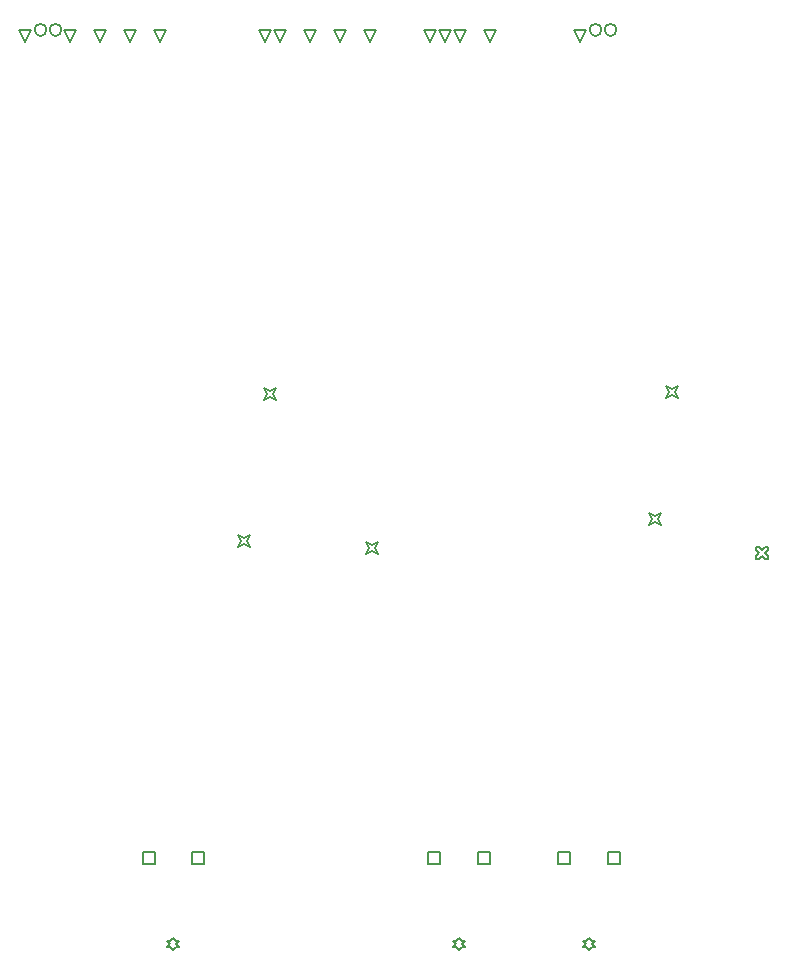
<source format=gbr>
%TF.GenerationSoftware,Altium Limited,Altium Designer,22.11.1 (43)*%
G04 Layer_Color=2752767*
%FSLAX45Y45*%
%MOMM*%
%TF.SameCoordinates,F2FF868D-8EDF-4B6E-A412-4C3DA5591A8F*%
%TF.FilePolarity,Positive*%
%TF.FileFunction,Drawing*%
%TF.Part,Single*%
G01*
G75*
%TA.AperFunction,NonConductor*%
%ADD39C,0.12700*%
%ADD63C,0.16933*%
D39*
X5990000Y1669200D02*
X6015400Y1694600D01*
X6040800D01*
X6015400Y1720000D01*
X6040800Y1745400D01*
X6015400D01*
X5990000Y1770800D01*
X5964600Y1745400D01*
X5939200D01*
X5964600Y1720000D01*
X5939200Y1694600D01*
X5964600D01*
X5990000Y1669200D01*
X6149200Y2399200D02*
Y2500800D01*
X6250800D01*
Y2399200D01*
X6149200D01*
X5729200D02*
Y2500800D01*
X5830800D01*
Y2399200D01*
X5729200D01*
X3309200D02*
Y2500800D01*
X3410800D01*
Y2399200D01*
X3309200D01*
X3729200D02*
Y2500800D01*
X3830800D01*
Y2399200D01*
X3729200D01*
X3570000Y1669200D02*
X3595400Y1694600D01*
X3620800D01*
X3595400Y1720000D01*
X3620800Y1745400D01*
X3595400D01*
X3570000Y1770800D01*
X3544600Y1745400D01*
X3519200D01*
X3544600Y1720000D01*
X3519200Y1694600D01*
X3544600D01*
X3570000Y1669200D01*
X7090000D02*
X7115400Y1694600D01*
X7140800D01*
X7115400Y1720000D01*
X7140800Y1745400D01*
X7115400D01*
X7090000Y1770800D01*
X7064600Y1745400D01*
X7039200D01*
X7064600Y1720000D01*
X7039200Y1694600D01*
X7064600D01*
X7090000Y1669200D01*
X7249200Y2399200D02*
Y2500800D01*
X7350800D01*
Y2399200D01*
X7249200D01*
X6829200D02*
Y2500800D01*
X6930800D01*
Y2399200D01*
X6829200D01*
X8499200Y4979200D02*
X8524600D01*
X8550000Y5004600D01*
X8575400Y4979200D01*
X8600800D01*
Y5004600D01*
X8575400Y5030000D01*
X8600800Y5055400D01*
Y5080800D01*
X8575400D01*
X8550000Y5055400D01*
X8524600Y5080800D01*
X8499200D01*
Y5055400D01*
X8524600Y5030000D01*
X8499200Y5004600D01*
Y4979200D01*
X5199200Y5019200D02*
X5224600Y5070000D01*
X5199200Y5120800D01*
X5250000Y5095400D01*
X5300800Y5120800D01*
X5275400Y5070000D01*
X5300800Y5019200D01*
X5250000Y5044600D01*
X5199200Y5019200D01*
X7592700Y5264044D02*
X7618100Y5314844D01*
X7592700Y5365644D01*
X7643500Y5340244D01*
X7694300Y5365644D01*
X7668900Y5314844D01*
X7694300Y5264044D01*
X7643500Y5289444D01*
X7592700Y5264044D01*
X4119200Y5079200D02*
X4144600Y5130000D01*
X4119200Y5180800D01*
X4170000Y5155400D01*
X4220800Y5180800D01*
X4195400Y5130000D01*
X4220800Y5079200D01*
X4170000Y5104600D01*
X4119200Y5079200D01*
X7739200Y6339200D02*
X7764600Y6390000D01*
X7739200Y6440800D01*
X7790000Y6415400D01*
X7840800Y6440800D01*
X7815400Y6390000D01*
X7840800Y6339200D01*
X7790000Y6364600D01*
X7739200Y6339200D01*
X4339200Y6329200D02*
X4364600Y6380000D01*
X4339200Y6430800D01*
X4390000Y6405400D01*
X4440800Y6430800D01*
X4415400Y6380000D01*
X4440800Y6329200D01*
X4390000Y6354600D01*
X4339200Y6329200D01*
X7016700Y9359200D02*
X6965900Y9460800D01*
X7067500D01*
X7016700Y9359200D01*
X6254700D02*
X6203900Y9460800D01*
X6305500D01*
X6254700Y9359200D01*
X6000700D02*
X5949900Y9460800D01*
X6051500D01*
X6000700Y9359200D01*
X5873700D02*
X5822900Y9460800D01*
X5924500D01*
X5873700Y9359200D01*
X5746700D02*
X5695900Y9460800D01*
X5797500D01*
X5746700Y9359200D01*
X5238700D02*
X5187900Y9460800D01*
X5289500D01*
X5238700Y9359200D01*
X4984700D02*
X4933900Y9460800D01*
X5035500D01*
X4984700Y9359200D01*
X4730700D02*
X4679900Y9460800D01*
X4781500D01*
X4730700Y9359200D01*
X4476700D02*
X4425900Y9460800D01*
X4527500D01*
X4476700Y9359200D01*
X4349700D02*
X4298900Y9460800D01*
X4400500D01*
X4349700Y9359200D01*
X3460700D02*
X3409900Y9460800D01*
X3511500D01*
X3460700Y9359200D01*
X3206700D02*
X3155900Y9460800D01*
X3257500D01*
X3206700Y9359200D01*
X2952700D02*
X2901900Y9460800D01*
X3003500D01*
X2952700Y9359200D01*
X2698700D02*
X2647900Y9460800D01*
X2749500D01*
X2698700Y9359200D01*
X2317700D02*
X2266900Y9460800D01*
X2368500D01*
X2317700Y9359200D01*
D63*
X2495500Y9460000D02*
G03*
X2495500Y9460000I-50800J0D01*
G01*
X2622500D02*
G03*
X2622500Y9460000I-50800J0D01*
G01*
X7321500D02*
G03*
X7321500Y9460000I-50800J0D01*
G01*
X7194500D02*
G03*
X7194500Y9460000I-50800J0D01*
G01*
%TF.MD5,83c07fa5039345779b6d6feb12b8f5fb*%
M02*

</source>
